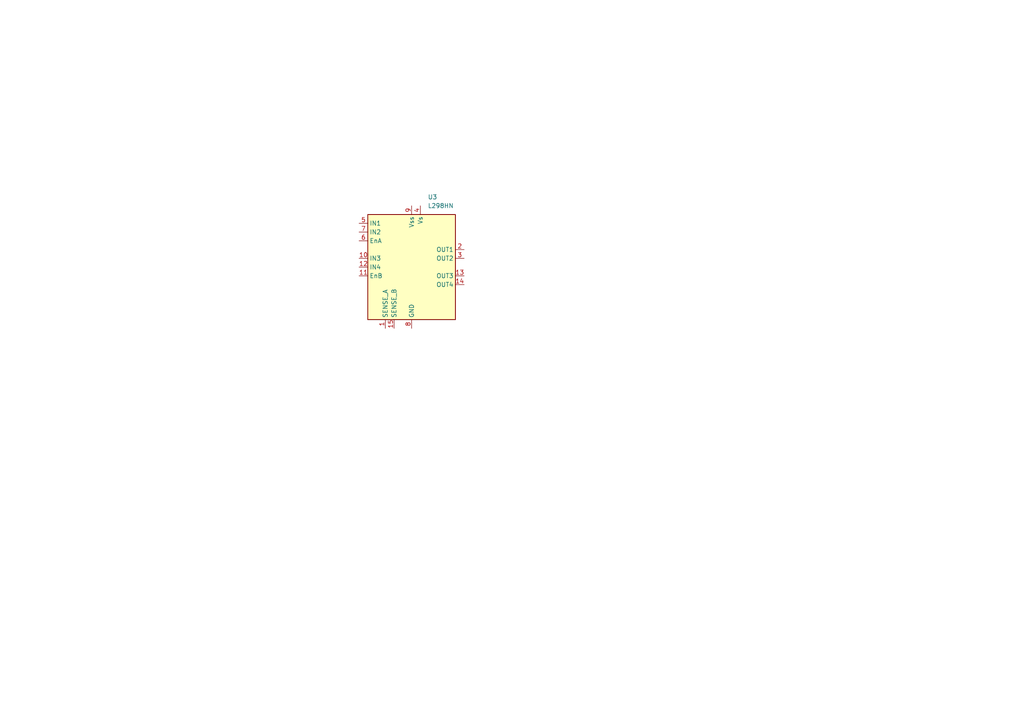
<source format=kicad_sch>
(kicad_sch (version 20250114) (generator "eeschema") (generator_version "9.0")
  (paper "A4")
  (lib_symbols
    (symbol "Driver_Motor:L298HN"
      (property "Reference" "U" (at -10.16 16.51 0))
      (property "Value" "L298HN" (at 12.7 16.51 0))
      (symbol "L298HN_0_1"
        (rectangle (start -12.7 15.24) (end 12.7 -15.24) (stroke (width 0.254)) (fill (type background)))
      )
      (symbol "L298HN_1_1"
        (pin input line (at -15.24 12.7 0) (length 2.54) (name "IN1") (number "5"))
        (pin input line (at -15.24 10.16 0) (length 2.54) (name "IN2") (number "7"))
        (pin input line (at -15.24 7.62 0) (length 2.54) (name "EnA") (number "6"))
        (pin input line (at -15.24 2.54 0) (length 2.54) (name "IN3") (number "10"))
        (pin input line (at -15.24 0 0) (length 2.54) (name "IN4") (number "12"))
        (pin input line (at -15.24 -2.54 0) (length 2.54) (name "EnB") (number "11"))
        (pin input line (at -7.62 -17.78 90) (length 2.54) (name "SENSE_A") (number "1"))
        (pin input line (at -5.08 -17.78 90) (length 2.54) (name "SENSE_B") (number "15"))
        (pin power_in line (at 0 17.78 270) (length 2.54) (name "Vss") (number "9"))
        (pin power_in line (at 0 -17.78 90) (length 2.54) (name "GND") (number "8"))
        (pin power_in line (at 2.54 17.78 270) (length 2.54) (name "Vs") (number "4"))
        (pin output line (at 15.24 5.08 180) (length 2.54) (name "OUT1") (number "2"))
        (pin output line (at 15.24 2.54 180) (length 2.54) (name "OUT2") (number "3"))
        (pin output line (at 15.24 -2.54 180) (length 2.54) (name "OUT3") (number "13"))
        (pin output line (at 15.24 -5.08 180) (length 2.54) (name "OUT4") (number "14"))
      )
    )
  )
  (symbol (lib_id "Driver_Motor:L298HN") (at 119.38 77.47 0) (unit 1)
    (property "Reference" "U3" (at 124.0633 57.15 0) (effects (justify left)))
    (property "Value" "L298HN" (at 124.0633 59.69 0) (effects (justify left)))
    (property "Footprint" "Package_TO_SOT_THT:TO-220-15_P2.54x2.54mm_StaggerOdd_Lead5.84mm_TabDown" (effects (hide yes)))
    (property "Datasheet" "http://www.st.com/st-web-ui/static/active/en/resource/technical/document/datasheet/CD00000240.pdf" (effects (hide yes)))
    (property "Description" "Dual full bridge motor driver, up to 46V, 4A, Multiwatt15-H" (effects (hide yes)))
  )
)
</source>
